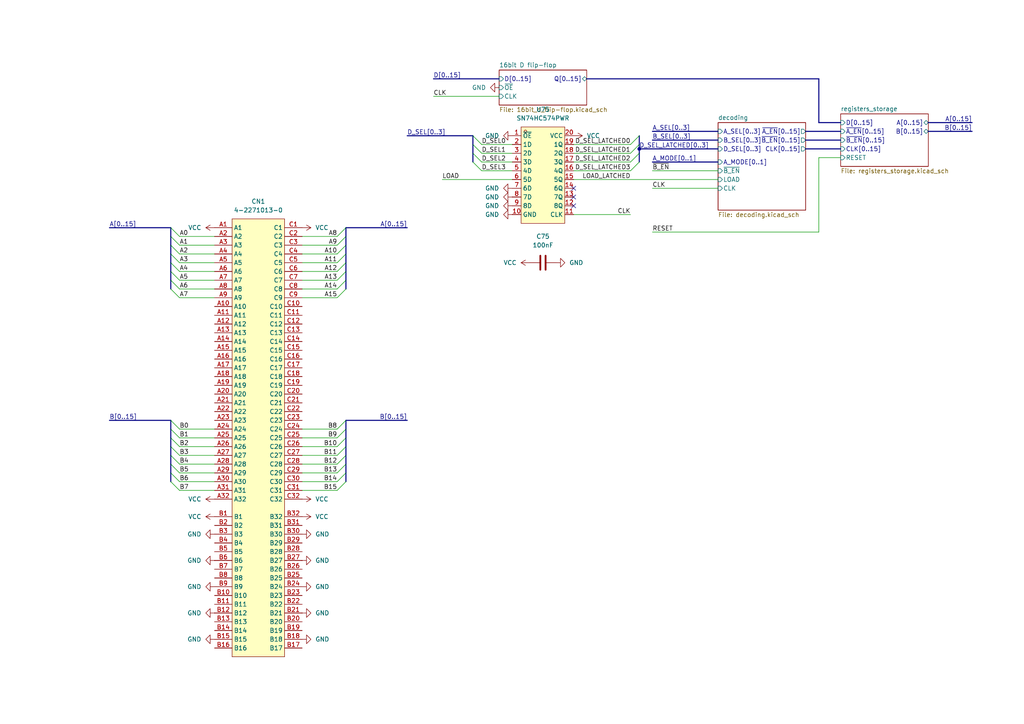
<source format=kicad_sch>
(kicad_sch (version 20250114) (generator "eeschema") (generator_version "9.0")
  (paper "A4")
  (title_block (title "PickleRISC register board") (rev "1.0"))
  (lib_symbols
    (symbol "Device:C" (pin_numbers (hide yes)) (pin_names (offset 0.254))
      (property "Reference" "C" (at 0.635 2.54 0))
      (property "Value" "C" (at 0.635 -2.54 0))
      (symbol "C_0_1"
        (polyline (pts (xy -2.032 0.762) (xy 2.032 0.762)) (stroke (width 0.508)))
        (polyline (pts (xy -2.032 -0.762) (xy 2.032 -0.762)) (stroke (width 0.508)))
      )
      (symbol "C_1_1"
        (pin passive line (at 0 3.81 270) (length 2.794) (name "~") (number "1"))
        (pin passive line (at 0 -3.81 90) (length 2.794) (name "~") (number "2"))
      )
    )
    (symbol "easyeda2kicad:4-2271013-0"
      (property "Reference" "CN" (at 0 66.04 0))
      (property "Value" "4-2271013-0" (at 0 -66.04 0))
      (symbol "4-2271013-0_0_1"
        (rectangle (start -7.62 63.5) (end 7.62 -63.5) (fill (type background)))
        (pin unspecified line (at -12.7 60.96 0) (length 5.08) (name "A1") (number "A1"))
        (pin unspecified line (at -12.7 -22.86 0) (length 5.08) (name "B1") (number "B1"))
        (pin unspecified line (at 12.7 60.96 180) (length 5.08) (name "C1") (number "C1"))
      )
      (symbol "4-2271013-0_1_1"
        (pin unspecified line (at -12.7 58.42 0) (length 5.08) (name "A2") (number "A2"))
        (pin unspecified line (at -12.7 55.88 0) (length 5.08) (name "A3") (number "A3"))
        (pin unspecified line (at -12.7 53.34 0) (length 5.08) (name "A4") (number "A4"))
        (pin unspecified line (at -12.7 50.8 0) (length 5.08) (name "A5") (number "A5"))
        (pin unspecified line (at -12.7 48.26 0) (length 5.08) (name "A6") (number "A6"))
        (pin unspecified line (at -12.7 45.72 0) (length 5.08) (name "A7") (number "A7"))
        (pin unspecified line (at -12.7 43.18 0) (length 5.08) (name "A8") (number "A8"))
        (pin unspecified line (at -12.7 40.64 0) (length 5.08) (name "A9") (number "A9"))
        (pin unspecified line (at -12.7 38.1 0) (length 5.08) (name "A10") (number "A10"))
        (pin unspecified line (at -12.7 35.56 0) (length 5.08) (name "A11") (number "A11"))
        (pin unspecified line (at -12.7 33.02 0) (length 5.08) (name "A12") (number "A12"))
        (pin unspecified line (at -12.7 30.48 0) (length 5.08) (name "A13") (number "A13"))
        (pin unspecified line (at -12.7 27.94 0) (length 5.08) (name "A14") (number "A14"))
        (pin unspecified line (at -12.7 25.4 0) (length 5.08) (name "A15") (number "A15"))
        (pin unspecified line (at -12.7 22.86 0) (length 5.08) (name "A16") (number "A16"))
        (pin unspecified line (at -12.7 20.32 0) (length 5.08) (name "A17") (number "A17"))
        (pin unspecified line (at -12.7 17.78 0) (length 5.08) (name "A18") (number "A18"))
        (pin unspecified line (at -12.7 15.24 0) (length 5.08) (name "A19") (number "A19"))
        (pin unspecified line (at -12.7 12.7 0) (length 5.08) (name "A20") (number "A20"))
        (pin unspecified line (at -12.7 10.16 0) (length 5.08) (name "A21") (number "A21"))
        (pin unspecified line (at -12.7 7.62 0) (length 5.08) (name "A22") (number "A22"))
        (pin unspecified line (at -12.7 5.08 0) (length 5.08) (name "A23") (number "A23"))
        (pin unspecified line (at -12.7 2.54 0) (length 5.08) (name "A24") (number "A24"))
        (pin unspecified line (at -12.7 0 0) (length 5.08) (name "A25") (number "A25"))
        (pin unspecified line (at -12.7 -2.54 0) (length 5.08) (name "A26") (number "A26"))
        (pin unspecified line (at -12.7 -5.08 0) (length 5.08) (name "A27") (number "A27"))
        (pin unspecified line (at -12.7 -7.62 0) (length 5.08) (name "A28") (number "A28"))
        (pin unspecified line (at -12.7 -10.16 0) (length 5.08) (name "A29") (number "A29"))
        (pin unspecified line (at -12.7 -12.7 0) (length 5.08) (name "A30") (number "A30"))
        (pin unspecified line (at -12.7 -15.24 0) (length 5.08) (name "A31") (number "A31"))
        (pin unspecified line (at -12.7 -17.78 0) (length 5.08) (name "A32") (number "A32"))
        (pin unspecified line (at -12.7 -25.4 0) (length 5.08) (name "B2") (number "B2"))
        (pin unspecified line (at -12.7 -27.94 0) (length 5.08) (name "B3") (number "B3"))
        (pin unspecified line (at -12.7 -30.48 0) (length 5.08) (name "B4") (number "B4"))
        (pin unspecified line (at -12.7 -33.02 0) (length 5.08) (name "B5") (number "B5"))
        (pin unspecified line (at -12.7 -35.56 0) (length 5.08) (name "B6") (number "B6"))
        (pin unspecified line (at -12.7 -38.1 0) (length 5.08) (name "B7") (number "B7"))
        (pin unspecified line (at -12.7 -40.64 0) (length 5.08) (name "B8") (number "B8"))
        (pin unspecified line (at -12.7 -43.18 0) (length 5.08) (name "B9") (number "B9"))
        (pin unspecified line (at -12.7 -45.72 0) (length 5.08) (name "B10") (number "B10"))
        (pin unspecified line (at -12.7 -48.26 0) (length 5.08) (name "B11") (number "B11"))
        (pin unspecified line (at -12.7 -50.8 0) (length 5.08) (name "B12") (number "B12"))
        (pin unspecified line (at -12.7 -53.34 0) (length 5.08) (name "B13") (number "B13"))
        (pin unspecified line (at -12.7 -55.88 0) (length 5.08) (name "B14") (number "B14"))
        (pin unspecified line (at -12.7 -58.42 0) (length 5.08) (name "B15") (number "B15"))
        (pin unspecified line (at -12.7 -60.96 0) (length 5.08) (name "B16") (number "B16"))
        (pin unspecified line (at 12.7 58.42 180) (length 5.08) (name "C2") (number "C2"))
        (pin unspecified line (at 12.7 55.88 180) (length 5.08) (name "C3") (number "C3"))
        (pin unspecified line (at 12.7 53.34 180) (length 5.08) (name "C4") (number "C4"))
        (pin unspecified line (at 12.7 50.8 180) (length 5.08) (name "C5") (number "C5"))
        (pin unspecified line (at 12.7 48.26 180) (length 5.08) (name "C6") (number "C6"))
        (pin unspecified line (at 12.7 45.72 180) (length 5.08) (name "C7") (number "C7"))
        (pin unspecified line (at 12.7 43.18 180) (length 5.08) (name "C8") (number "C8"))
        (pin unspecified line (at 12.7 40.64 180) (length 5.08) (name "C9") (number "C9"))
        (pin unspecified line (at 12.7 38.1 180) (length 5.08) (name "C10") (number "C10"))
        (pin unspecified line (at 12.7 35.56 180) (length 5.08) (name "C11") (number "C11"))
        (pin unspecified line (at 12.7 33.02 180) (length 5.08) (name "C12") (number "C12"))
        (pin unspecified line (at 12.7 30.48 180) (length 5.08) (name "C13") (number "C13"))
        (pin unspecified line (at 12.7 27.94 180) (length 5.08) (name "C14") (number "C14"))
        (pin unspecified line (at 12.7 25.4 180) (length 5.08) (name "C15") (number "C15"))
        (pin unspecified line (at 12.7 22.86 180) (length 5.08) (name "C16") (number "C16"))
        (pin unspecified line (at 12.7 20.32 180) (length 5.08) (name "C17") (number "C17"))
        (pin unspecified line (at 12.7 17.78 180) (length 5.08) (name "C18") (number "C18"))
        (pin unspecified line (at 12.7 15.24 180) (length 5.08) (name "C19") (number "C19"))
        (pin unspecified line (at 12.7 12.7 180) (length 5.08) (name "C20") (number "C20"))
        (pin unspecified line (at 12.7 10.16 180) (length 5.08) (name "C21") (number "C21"))
        (pin unspecified line (at 12.7 7.62 180) (length 5.08) (name "C22") (number "C22"))
        (pin unspecified line (at 12.7 5.08 180) (length 5.08) (name "C23") (number "C23"))
        (pin unspecified line (at 12.7 2.54 180) (length 5.08) (name "C24") (number "C24"))
        (pin unspecified line (at 12.7 0 180) (length 5.08) (name "C25") (number "C25"))
        (pin unspecified line (at 12.7 -2.54 180) (length 5.08) (name "C26") (number "C26"))
        (pin unspecified line (at 12.7 -5.08 180) (length 5.08) (name "C27") (number "C27"))
        (pin unspecified line (at 12.7 -7.62 180) (length 5.08) (name "C28") (number "C28"))
        (pin unspecified line (at 12.7 -10.16 180) (length 5.08) (name "C29") (number "C29"))
        (pin unspecified line (at 12.7 -12.7 180) (length 5.08) (name "C30") (number "C30"))
        (pin unspecified line (at 12.7 -15.24 180) (length 5.08) (name "C31") (number "C31"))
        (pin unspecified line (at 12.7 -17.78 180) (length 5.08) (name "C32") (number "C32"))
        (pin unspecified line (at 12.7 -22.86 180) (length 5.08) (name "B32") (number "B32"))
        (pin unspecified line (at 12.7 -25.4 180) (length 5.08) (name "B31") (number "B31"))
        (pin unspecified line (at 12.7 -27.94 180) (length 5.08) (name "B30") (number "B30"))
        (pin unspecified line (at 12.7 -30.48 180) (length 5.08) (name "B29") (number "B29"))
        (pin unspecified line (at 12.7 -33.02 180) (length 5.08) (name "B28") (number "B28"))
        (pin unspecified line (at 12.7 -35.56 180) (length 5.08) (name "B27") (number "B27"))
        (pin unspecified line (at 12.7 -38.1 180) (length 5.08) (name "B26") (number "B26"))
        (pin unspecified line (at 12.7 -40.64 180) (length 5.08) (name "B25") (number "B25"))
        (pin unspecified line (at 12.7 -43.18 180) (length 5.08) (name "B24") (number "B24"))
        (pin unspecified line (at 12.7 -45.72 180) (length 5.08) (name "B23") (number "B23"))
        (pin unspecified line (at 12.7 -48.26 180) (length 5.08) (name "B22") (number "B22"))
        (pin unspecified line (at 12.7 -50.8 180) (length 5.08) (name "B21") (number "B21"))
        (pin unspecified line (at 12.7 -53.34 180) (length 5.08) (name "B20") (number "B20"))
        (pin unspecified line (at 12.7 -55.88 180) (length 5.08) (name "B19") (number "B19"))
        (pin unspecified line (at 12.7 -58.42 180) (length 5.08) (name "B18") (number "B18"))
        (pin unspecified line (at 12.7 -60.96 180) (length 5.08) (name "B17") (number "B17"))
      )
    )
    (symbol "easyeda2kicad:SN74HC574PWR"
      (property "Reference" "U" (at 0 16.51 0))
      (property "Value" "SN74HC574PWR" (at 0 -16.51 0))
      (symbol "SN74HC574PWR_0_1"
        (rectangle (start -6.35 13.97) (end 6.35 -13.97) (fill (type background)))
        (circle (center -5.08 12.7) (radius 0.38))
        (pin unspecified line (at -8.89 11.43 0) (length 2.54) (name "~{OE}") (number "1"))
        (pin unspecified line (at -8.89 8.89 0) (length 2.54) (name "1D") (number "2"))
        (pin unspecified line (at -8.89 6.35 0) (length 2.54) (name "2D") (number "3"))
        (pin unspecified line (at -8.89 3.81 0) (length 2.54) (name "3D") (number "4"))
        (pin unspecified line (at -8.89 1.27 0) (length 2.54) (name "4D") (number "5"))
        (pin unspecified line (at -8.89 -1.27 0) (length 2.54) (name "5D") (number "6"))
        (pin unspecified line (at -8.89 -3.81 0) (length 2.54) (name "6D") (number "7"))
        (pin unspecified line (at -8.89 -6.35 0) (length 2.54) (name "7D") (number "8"))
        (pin unspecified line (at -8.89 -8.89 0) (length 2.54) (name "8D") (number "9"))
        (pin unspecified line (at -8.89 -11.43 0) (length 2.54) (name "GND") (number "10"))
        (pin unspecified line (at 8.89 11.43 180) (length 2.54) (name "VCC") (number "20"))
        (pin unspecified line (at 8.89 8.89 180) (length 2.54) (name "1Q") (number "19"))
        (pin unspecified line (at 8.89 6.35 180) (length 2.54) (name "2Q") (number "18"))
        (pin unspecified line (at 8.89 3.81 180) (length 2.54) (name "3Q") (number "17"))
        (pin unspecified line (at 8.89 1.27 180) (length 2.54) (name "4Q") (number "16"))
        (pin unspecified line (at 8.89 -1.27 180) (length 2.54) (name "5Q") (number "15"))
        (pin unspecified line (at 8.89 -3.81 180) (length 2.54) (name "6Q") (number "14"))
        (pin unspecified line (at 8.89 -6.35 180) (length 2.54) (name "7Q") (number "13"))
        (pin unspecified line (at 8.89 -8.89 180) (length 2.54) (name "8Q") (number "12"))
        (pin unspecified line (at 8.89 -11.43 180) (length 2.54) (name "CLK") (number "11"))
      )
    )
    (symbol "power:GND" (power) (pin_numbers (hide yes)) (pin_names (offset 0) (hide yes))
      (property "Value" "GND" (at 0 -3.81 0))
      (symbol "GND_0_1"
        (polyline (pts (xy 0 0) (xy 0 -1.27) (xy 1.27 -1.27) (xy 0 -2.54) (xy -1.27 -1.27) (xy 0 -1.27)))
      )
      (symbol "GND_1_1"
        (pin power_in line (at 0 0 270) (length 0) (name "~") (number "1"))
      )
    )
    (symbol "power:VCC" (power) (pin_numbers (hide yes)) (pin_names (offset 0) (hide yes))
      (property "Value" "VCC" (at 0 3.556 0))
      (symbol "VCC_0_1"
        (polyline (pts (xy -0.762 1.27) (xy 0 2.54)))
        (polyline (pts (xy 0 2.54) (xy 0.762 1.27)))
        (polyline (pts (xy 0 0) (xy 0 2.54)))
      )
      (symbol "VCC_1_1"
        (pin power_in line (at 0 0 90) (length 0) (name "~") (number "1"))
      )
    )
  )
  (junction (at 185.42 43.18))
  (no_connect (at 166.37 54.61))
  (no_connect (at 166.37 59.69))
  (no_connect (at 166.37 57.15))
  (bus_entry (at 49.53 78.74) (size 2.54 2.54))
  (bus_entry (at 100.33 134.62) (size -2.54 2.54))
  (bus_entry (at 49.53 83.82) (size 2.54 2.54))
  (bus_entry (at 100.33 81.28) (size -2.54 2.54))
  (bus_entry (at 100.33 124.46) (size -2.54 2.54))
  (bus_entry (at 137.16 41.91) (size 2.54 2.54))
  (bus_entry (at 137.16 44.45) (size 2.54 2.54))
  (bus_entry (at 100.33 66.04) (size -2.54 2.54))
  (bus_entry (at 137.16 39.37) (size 2.54 2.54))
  (bus_entry (at 185.42 41.91) (size -2.54 2.54))
  (bus_entry (at 49.53 137.16) (size 2.54 2.54))
  (bus_entry (at 49.53 73.66) (size 2.54 2.54))
  (bus_entry (at 49.53 76.2) (size 2.54 2.54))
  (bus_entry (at 185.42 46.99) (size -2.54 2.54))
  (bus_entry (at 137.16 46.99) (size 2.54 2.54))
  (bus_entry (at 49.53 66.04) (size 2.54 2.54))
  (bus_entry (at 49.53 139.7) (size 2.54 2.54))
  (bus_entry (at 100.33 73.66) (size -2.54 2.54))
  (bus_entry (at 49.53 132.08) (size 2.54 2.54))
  (bus_entry (at 49.53 124.46) (size 2.54 2.54))
  (bus_entry (at 49.53 71.12) (size 2.54 2.54))
  (bus_entry (at 49.53 68.58) (size 2.54 2.54))
  (bus_entry (at 49.53 81.28) (size 2.54 2.54))
  (bus_entry (at 100.33 78.74) (size -2.54 2.54))
  (bus_entry (at 49.53 129.54) (size 2.54 2.54))
  (bus_entry (at 185.42 44.45) (size -2.54 2.54))
  (bus_entry (at 100.33 132.08) (size -2.54 2.54))
  (bus_entry (at 100.33 121.92) (size -2.54 2.54))
  (bus_entry (at 100.33 139.7) (size -2.54 2.54))
  (bus_entry (at 185.42 39.37) (size -2.54 2.54))
  (bus_entry (at 49.53 134.62) (size 2.54 2.54))
  (bus_entry (at 100.33 76.2) (size -2.54 2.54))
  (bus_entry (at 49.53 121.92) (size 2.54 2.54))
  (bus_entry (at 100.33 68.58) (size -2.54 2.54))
  (bus_entry (at 100.33 129.54) (size -2.54 2.54))
  (bus_entry (at 49.53 127) (size 2.54 2.54))
  (bus_entry (at 100.33 127) (size -2.54 2.54))
  (bus_entry (at 100.33 137.16) (size -2.54 2.54))
  (bus_entry (at 100.33 71.12) (size -2.54 2.54))
  (bus_entry (at 100.33 83.82) (size -2.54 2.54))
  (bus (pts (xy 237.49 35.56) (xy 243.84 35.56)))
  (bus (pts (xy 137.16 41.91) (xy 137.16 44.45)))
  (bus (pts (xy 233.68 38.1) (xy 243.84 38.1)))
  (wire (pts (xy 97.79 139.7) (xy 87.63 139.7)))
  (wire (pts (xy 237.49 45.72) (xy 237.49 67.31)))
  (wire (pts (xy 97.79 68.58) (xy 87.63 68.58)))
  (bus (pts (xy 100.33 137.16) (xy 100.33 139.7)))
  (wire (pts (xy 97.79 73.66) (xy 87.63 73.66)))
  (bus (pts (xy 49.53 78.74) (xy 49.53 81.28)))
  (bus (pts (xy 100.33 121.92) (xy 118.11 121.92)))
  (wire (pts (xy 52.07 137.16) (xy 62.23 137.16)))
  (bus (pts (xy 237.49 22.86) (xy 237.49 35.56)))
  (bus (pts (xy 100.33 66.04) (xy 100.33 68.58)))
  (bus (pts (xy 100.33 76.2) (xy 100.33 78.74)))
  (bus (pts (xy 233.68 43.18) (xy 243.84 43.18)))
  (wire (pts (xy 189.23 67.31) (xy 237.49 67.31)))
  (wire (pts (xy 97.79 81.28) (xy 87.63 81.28)))
  (bus (pts (xy 189.23 40.64) (xy 208.28 40.64)))
  (wire (pts (xy 52.07 83.82) (xy 62.23 83.82)))
  (wire (pts (xy 166.37 44.45) (xy 182.88 44.45)))
  (bus (pts (xy 100.33 66.04) (xy 118.11 66.04)))
  (bus (pts (xy 137.16 39.37) (xy 137.16 41.91)))
  (bus (pts (xy 49.53 121.92) (xy 49.53 124.46)))
  (wire (pts (xy 189.23 54.61) (xy 208.28 54.61)))
  (bus (pts (xy 100.33 127) (xy 100.33 129.54)))
  (wire (pts (xy 125.73 27.94) (xy 144.78 27.94)))
  (wire (pts (xy 52.07 81.28) (xy 62.23 81.28)))
  (wire (pts (xy 97.79 137.16) (xy 87.63 137.16)))
  (bus (pts (xy 118.11 39.37) (xy 137.16 39.37)))
  (wire (pts (xy 97.79 71.12) (xy 87.63 71.12)))
  (bus (pts (xy 100.33 78.74) (xy 100.33 81.28)))
  (bus (pts (xy 170.18 22.86) (xy 237.49 22.86)))
  (bus (pts (xy 49.53 66.04) (xy 31.75 66.04)))
  (bus (pts (xy 100.33 124.46) (xy 100.33 127)))
  (wire (pts (xy 189.23 49.53) (xy 208.28 49.53)))
  (wire (pts (xy 52.07 73.66) (xy 62.23 73.66)))
  (bus (pts (xy 49.53 127) (xy 49.53 129.54)))
  (wire (pts (xy 166.37 41.91) (xy 182.88 41.91)))
  (wire (pts (xy 52.07 68.58) (xy 62.23 68.58)))
  (bus (pts (xy 269.24 38.1) (xy 281.94 38.1)))
  (bus (pts (xy 137.16 44.45) (xy 137.16 46.99)))
  (bus (pts (xy 125.73 22.86) (xy 144.78 22.86)))
  (bus (pts (xy 49.53 124.46) (xy 49.53 127)))
  (wire (pts (xy 52.07 139.7) (xy 62.23 139.7)))
  (bus (pts (xy 269.24 35.56) (xy 281.94 35.56)))
  (bus (pts (xy 49.53 129.54) (xy 49.53 132.08)))
  (wire (pts (xy 52.07 71.12) (xy 62.23 71.12)))
  (wire (pts (xy 128.27 52.07) (xy 148.59 52.07)))
  (bus (pts (xy 185.42 39.37) (xy 185.42 41.91)))
  (bus (pts (xy 49.53 76.2) (xy 49.53 78.74)))
  (bus (pts (xy 233.68 40.64) (xy 243.84 40.64)))
  (wire (pts (xy 237.49 45.72) (xy 243.84 45.72)))
  (bus (pts (xy 49.53 68.58) (xy 49.53 71.12)))
  (bus (pts (xy 100.33 68.58) (xy 100.33 71.12)))
  (bus (pts (xy 100.33 71.12) (xy 100.33 73.66)))
  (wire (pts (xy 97.79 124.46) (xy 87.63 124.46)))
  (wire (pts (xy 97.79 76.2) (xy 87.63 76.2)))
  (bus (pts (xy 100.33 132.08) (xy 100.33 134.62)))
  (bus (pts (xy 49.53 81.28) (xy 49.53 83.82)))
  (bus (pts (xy 49.53 71.12) (xy 49.53 73.66)))
  (wire (pts (xy 139.7 49.53) (xy 148.59 49.53)))
  (bus (pts (xy 185.42 43.18) (xy 208.28 43.18)))
  (wire (pts (xy 97.79 132.08) (xy 87.63 132.08)))
  (bus (pts (xy 100.33 129.54) (xy 100.33 132.08)))
  (bus (pts (xy 185.42 44.45) (xy 185.42 46.99)))
  (wire (pts (xy 97.79 127) (xy 87.63 127)))
  (wire (pts (xy 52.07 132.08) (xy 62.23 132.08)))
  (bus (pts (xy 100.33 73.66) (xy 100.33 76.2)))
  (bus (pts (xy 49.53 121.92) (xy 31.75 121.92)))
  (wire (pts (xy 166.37 46.99) (xy 182.88 46.99)))
  (wire (pts (xy 97.79 142.24) (xy 87.63 142.24)))
  (wire (pts (xy 52.07 76.2) (xy 62.23 76.2)))
  (bus (pts (xy 100.33 81.28) (xy 100.33 83.82)))
  (wire (pts (xy 52.07 86.36) (xy 62.23 86.36)))
  (wire (pts (xy 97.79 134.62) (xy 87.63 134.62)))
  (bus (pts (xy 100.33 134.62) (xy 100.33 137.16)))
  (bus (pts (xy 100.33 121.92) (xy 100.33 124.46)))
  (bus (pts (xy 185.42 41.91) (xy 185.42 43.18)))
  (wire (pts (xy 139.7 41.91) (xy 148.59 41.91)))
  (bus (pts (xy 49.53 132.08) (xy 49.53 134.62)))
  (wire (pts (xy 97.79 78.74) (xy 87.63 78.74)))
  (wire (pts (xy 97.79 86.36) (xy 87.63 86.36)))
  (wire (pts (xy 52.07 127) (xy 62.23 127)))
  (wire (pts (xy 52.07 78.74) (xy 62.23 78.74)))
  (wire (pts (xy 166.37 49.53) (xy 182.88 49.53)))
  (wire (pts (xy 97.79 83.82) (xy 87.63 83.82)))
  (wire (pts (xy 139.7 46.99) (xy 148.59 46.99)))
  (bus (pts (xy 49.53 134.62) (xy 49.53 137.16)))
  (wire (pts (xy 166.37 52.07) (xy 208.28 52.07)))
  (bus (pts (xy 49.53 137.16) (xy 49.53 139.7)))
  (bus (pts (xy 49.53 73.66) (xy 49.53 76.2)))
  (bus (pts (xy 189.23 38.1) (xy 208.28 38.1)))
  (bus (pts (xy 185.42 43.18) (xy 185.42 44.45)))
  (wire (pts (xy 52.07 134.62) (xy 62.23 134.62)))
  (bus (pts (xy 189.23 46.99) (xy 208.28 46.99)))
  (wire (pts (xy 52.07 142.24) (xy 62.23 142.24)))
  (wire (pts (xy 52.07 124.46) (xy 62.23 124.46)))
  (wire (pts (xy 97.79 129.54) (xy 87.63 129.54)))
  (wire (pts (xy 52.07 129.54) (xy 62.23 129.54)))
  (wire (pts (xy 139.7 44.45) (xy 148.59 44.45)))
  (bus (pts (xy 49.53 66.04) (xy 49.53 68.58)))
  (wire (pts (xy 182.88 62.23) (xy 166.37 62.23)))
  (label "A14" (at 97.79 83.82 180))
  (label "B14" (at 97.79 139.7 180))
  (label "A7" (at 52.07 86.36 0))
  (label "A[0..15]" (at 281.94 35.56 180))
  (label "RESET" (at 189.23 67.31 0))
  (label "A9" (at 97.79 71.12 180))
  (label "D_SEL[0..3]" (at 118.11 39.37 0))
  (label "B13" (at 97.79 137.16 180))
  (label "B9" (at 97.79 127 180))
  (label "B2" (at 52.07 129.54 0))
  (label "A0" (at 52.07 68.58 0))
  (label "A3" (at 52.07 76.2 0))
  (label "B6" (at 52.07 139.7 0))
  (label "D_SEL_LATCHED2" (at 182.88 46.99 180))
  (label "~{B_EN}" (at 189.23 49.53 0))
  (label "A2" (at 52.07 73.66 0))
  (label "B11" (at 97.79 132.08 180))
  (label "A15" (at 97.79 86.36 180))
  (label "CLK" (at 182.88 62.23 180))
  (label "A5" (at 52.07 81.28 0))
  (label "B[0..15]" (at 118.11 121.92 180))
  (label "B1" (at 52.07 127 0))
  (label "A13" (at 97.79 81.28 180))
  (label "D_SEL_LATCHED0" (at 182.88 41.91 180))
  (label "A6" (at 52.07 83.82 0))
  (label "A[0..15]" (at 31.75 66.04 0))
  (label "B4" (at 52.07 134.62 0))
  (label "LOAD" (at 128.27 52.07 0))
  (label "A_SEL[0..3]" (at 189.23 38.1 0))
  (label "LOAD_LATCHED" (at 182.88 52.07 180))
  (label "B7" (at 52.07 142.24 0))
  (label "D_SEL_LATCHED[0..3]" (at 185.42 43.18 0))
  (label "D_SEL_LATCHED3" (at 182.88 49.53 180))
  (label "B12" (at 97.79 134.62 180))
  (label "A[0..15]" (at 118.11 66.04 180))
  (label "B[0..15]" (at 281.94 38.1 180))
  (label "B8" (at 97.79 124.46 180))
  (label "B[0..15]" (at 31.75 121.92 0))
  (label "D_SEL2" (at 139.7 46.99 0))
  (label "B15" (at 97.79 142.24 180))
  (label "CLK" (at 125.73 27.94 0))
  (label "A12" (at 97.79 78.74 180))
  (label "B5" (at 52.07 137.16 0))
  (label "D[0..15]" (at 125.73 22.86 0))
  (label "D_SEL3" (at 139.7 49.53 0))
  (label "A1" (at 52.07 71.12 0))
  (label "A8" (at 97.79 68.58 180))
  (label "A11" (at 97.79 76.2 180))
  (label "A4" (at 52.07 78.74 0))
  (label "CLK" (at 189.23 54.61 0))
  (label "D_SEL1" (at 139.7 44.45 0))
  (label "B_SEL[0..3]" (at 189.23 40.64 0))
  (label "B0" (at 52.07 124.46 0))
  (label "A10" (at 97.79 73.66 180))
  (label "D_SEL0" (at 139.7 41.91 0))
  (label "D_SEL_LATCHED1" (at 182.88 44.45 180))
  (label "B10" (at 97.79 129.54 180))
  (label "B3" (at 52.07 132.08 0))
  (label "A_MODE[0..1]" (at 189.23 46.99 0))
  (symbol (lib_id "power:GND") (at 148.59 54.61 270) (unit 1)
    (property "Reference" "#PWR0322" (effects (hide yes)))
    (property "Value" "GND" (at 144.78 54.6099 90) (effects (justify right)))
    (property "Description" "Power symbol creates a global label with name \"GND\" , ground" (effects (hide yes)))
  )
  (symbol (lib_id "power:GND") (at 87.63 154.94 90) (unit 1)
    (property "Reference" "#PWR09" (effects (hide yes)))
    (property "Value" "GND" (at 91.44 154.9399 90) (effects (justify right)))
    (property "Description" "Power symbol creates a global label with name \"GND\" , ground" (effects (hide yes)))
  )
  (symbol (lib_id "power:GND") (at 62.23 185.42 270) (unit 1)
    (property "Reference" "#PWR016" (effects (hide yes)))
    (property "Value" "GND" (at 58.42 185.4199 90) (effects (justify right)))
    (property "Description" "Power symbol creates a global label with name \"GND\" , ground" (effects (hide yes)))
  )
  (symbol (lib_id "power:VCC") (at 153.67 76.2 90) (unit 1)
    (property "Reference" "#PWR0326" (effects (hide yes)))
    (property "Value" "VCC" (at 149.86 76.1999 90) (effects (justify left)))
    (property "Description" "Power symbol creates a global label with name \"VCC\"" (effects (hide yes)))
  )
  (symbol (lib_id "power:GND") (at 62.23 154.94 270) (unit 1)
    (property "Reference" "#PWR08" (effects (hide yes)))
    (property "Value" "GND" (at 58.42 154.9399 90) (effects (justify right)))
    (property "Description" "Power symbol creates a global label with name \"GND\" , ground" (effects (hide yes)))
  )
  (symbol (lib_id "power:VCC") (at 62.23 149.86 90) (unit 1)
    (property "Reference" "#PWR06" (effects (hide yes)))
    (property "Value" "VCC" (at 58.42 149.8599 90) (effects (justify left)))
    (property "Description" "Power symbol creates a global label with name \"VCC\"" (effects (hide yes)))
  )
  (symbol (lib_id "power:GND") (at 62.23 170.18 270) (unit 1)
    (property "Reference" "#PWR012" (effects (hide yes)))
    (property "Value" "GND" (at 58.42 170.1799 90) (effects (justify right)))
    (property "Description" "Power symbol creates a global label with name \"GND\" , ground" (effects (hide yes)))
  )
  (symbol (lib_id "power:GND") (at 161.29 76.2 90) (unit 1)
    (property "Reference" "#PWR0327" (effects (hide yes)))
    (property "Value" "GND" (at 165.1 76.1999 90) (effects (justify right)))
    (property "Description" "Power symbol creates a global label with name \"GND\" , ground" (effects (hide yes)))
  )
  (symbol (lib_id "Device:C") (at 157.48 76.2 90) (unit 1)
    (property "Reference" "C75" (at 157.48 68.58 90))
    (property "Value" "100nF" (at 157.48 71.12 90))
    (property "Footprint" "Capacitor_SMD:C_0603_1608Metric" (effects (hide yes)))
    (property "Description" "Unpolarized capacitor" (effects (hide yes)))
  )
  (symbol (lib_id "power:VCC") (at 62.23 66.04 90) (unit 1)
    (property "Reference" "#PWR01" (effects (hide yes)))
    (property "Value" "VCC" (at 58.42 66.0399 90) (effects (justify left)))
    (property "Description" "Power symbol creates a global label with name \"VCC\"" (effects (hide yes)))
  )
  (symbol (lib_id "power:GND") (at 87.63 170.18 90) (unit 1)
    (property "Reference" "#PWR013" (effects (hide yes)))
    (property "Value" "GND" (at 91.44 170.1799 90) (effects (justify right)))
    (property "Description" "Power symbol creates a global label with name \"GND\" , ground" (effects (hide yes)))
  )
  (symbol (lib_id "power:VCC") (at 87.63 144.78 270) (unit 1)
    (property "Reference" "#PWR05" (effects (hide yes)))
    (property "Value" "VCC" (at 91.44 144.7801 90) (effects (justify left)))
    (property "Description" "Power symbol creates a global label with name \"VCC\"" (effects (hide yes)))
  )
  (symbol (lib_id "power:GND") (at 87.63 177.8 90) (unit 1)
    (property "Reference" "#PWR015" (effects (hide yes)))
    (property "Value" "GND" (at 91.44 177.7999 90) (effects (justify right)))
    (property "Description" "Power symbol creates a global label with name \"GND\" , ground" (effects (hide yes)))
  )
  (symbol (lib_id "easyeda2kicad:SN74HC574PWR") (at 157.48 50.8 0) (unit 1)
    (property "Reference" "U75" (at 157.48 31.75 0))
    (property "Value" "SN74HC574PWR" (at 157.48 34.29 0))
    (property "Footprint" "easyeda2kicad:TSSOP-20_L6.5-W4.4-P0.65-LS6.4-BL" (effects (hide yes)))
    (property "Datasheet" "https://lcsc.com/product-detail/74-Series_TI_SN74HC574PWR_SN74HC574PWR_C132111.html" (effects (hide yes)))
    (property "LCSC Part" "C132111" (effects (hide yes)))
  )
  (symbol (lib_id "easyeda2kicad:4-2271013-0") (at 74.93 127 0) (unit 1)
    (property "Reference" "CN1" (at 74.93 58.42 0))
    (property "Value" "4-2271013-0" (at 74.93 60.96 0))
    (property "Footprint" "easyeda2kicad:CONN-TH_96P-P2.54_4-2271013-0" (effects (hide yes)))
    (property "Datasheet" "https://lcsc.com/product-detail/New-Arrivals_TE-Connectivity-4-2271013-0_C442617.html" (effects (hide yes)))
    (property "LCSC Part" "C442617" (effects (hide yes)))
  )
  (symbol (lib_id "power:GND") (at 148.59 62.23 270) (unit 1)
    (property "Reference" "#PWR0321" (effects (hide yes)))
    (property "Value" "GND" (at 144.78 62.2299 90) (effects (justify right)))
    (property "Description" "Power symbol creates a global label with name \"GND\" , ground" (effects (hide yes)))
  )
  (symbol (lib_id "power:GND") (at 87.63 162.56 90) (unit 1)
    (property "Reference" "#PWR011" (effects (hide yes)))
    (property "Value" "GND" (at 91.44 162.5599 90) (effects (justify right)))
    (property "Description" "Power symbol creates a global label with name \"GND\" , ground" (effects (hide yes)))
  )
  (symbol (lib_id "power:GND") (at 87.63 185.42 90) (unit 1)
    (property "Reference" "#PWR017" (effects (hide yes)))
    (property "Value" "GND" (at 91.44 185.4199 90) (effects (justify right)))
    (property "Description" "Power symbol creates a global label with name \"GND\" , ground" (effects (hide yes)))
  )
  (symbol (lib_id "power:VCC") (at 62.23 144.78 90) (unit 1)
    (property "Reference" "#PWR04" (effects (hide yes)))
    (property "Value" "VCC" (at 58.42 144.7799 90) (effects (justify left)))
    (property "Description" "Power symbol creates a global label with name \"VCC\"" (effects (hide yes)))
  )
  (symbol (lib_id "power:GND") (at 62.23 177.8 270) (unit 1)
    (property "Reference" "#PWR014" (effects (hide yes)))
    (property "Value" "GND" (at 58.42 177.7999 90) (effects (justify right)))
    (property "Description" "Power symbol creates a global label with name \"GND\" , ground" (effects (hide yes)))
  )
  (symbol (lib_id "power:GND") (at 148.59 39.37 270) (unit 1)
    (property "Reference" "#PWR0320" (effects (hide yes)))
    (property "Value" "GND" (at 144.78 39.3699 90) (effects (justify right)))
    (property "Description" "Power symbol creates a global label with name \"GND\" , ground" (effects (hide yes)))
  )
  (symbol (lib_id "power:VCC") (at 166.37 39.37 270) (unit 1)
    (property "Reference" "#PWR0325" (effects (hide yes)))
    (property "Value" "VCC" (at 170.18 39.3699 90) (effects (justify left)))
    (property "Description" "Power symbol creates a global label with name \"VCC\"" (effects (hide yes)))
  )
  (symbol (lib_id "power:VCC") (at 87.63 149.86 270) (unit 1)
    (property "Reference" "#PWR07" (effects (hide yes)))
    (property "Value" "VCC" (at 91.44 149.8601 90) (effects (justify left)))
    (property "Description" "Power symbol creates a global label with name \"VCC\"" (effects (hide yes)))
  )
  (symbol (lib_id "power:GND") (at 144.78 25.4 270) (unit 1)
    (property "Reference" "#PWR03" (effects (hide yes)))
    (property "Value" "GND" (at 140.97 25.3999 90) (effects (justify right)))
    (property "Description" "Power symbol creates a global label with name \"GND\" , ground" (effects (hide yes)))
  )
  (symbol (lib_id "power:GND") (at 148.59 57.15 270) (unit 1)
    (property "Reference" "#PWR0323" (effects (hide yes)))
    (property "Value" "GND" (at 144.78 57.1499 90) (effects (justify right)))
    (property "Description" "Power symbol creates a global label with name \"GND\" , ground" (effects (hide yes)))
  )
  (symbol (lib_id "power:GND") (at 148.59 59.69 270) (unit 1)
    (property "Reference" "#PWR0324" (effects (hide yes)))
    (property "Value" "GND" (at 144.78 59.6899 90) (effects (justify right)))
    (property "Description" "Power symbol creates a global label with name \"GND\" , ground" (effects (hide yes)))
  )
  (symbol (lib_id "power:VCC") (at 87.63 66.04 270) (unit 1)
    (property "Reference" "#PWR02" (effects (hide yes)))
    (property "Value" "VCC" (at 91.44 66.0401 90) (effects (justify left)))
    (property "Description" "Power symbol creates a global label with name \"VCC\"" (effects (hide yes)))
  )
  (symbol (lib_id "power:GND") (at 62.23 162.56 270) (unit 1)
    (property "Reference" "#PWR010" (effects (hide yes)))
    (property "Value" "GND" (at 58.42 162.5599 90) (effects (justify right)))
    (property "Description" "Power symbol creates a global label with name \"GND\" , ground" (effects (hide yes)))
  )
  (sheet (at 144.78 20.32) (size 25.4 10.16) (stroke (width 0.1524))
    (property "Sheetname" "16bit D flip-flop" (at 144.78 19.6084 0) (effects (justify left bottom)))
    (property "Sheetfile" "16bit_d_flip-flop.kicad_sch" (at 144.78 31.0646 0) (effects (justify left top)))
    (pin "CLK" input (at 144.78 27.94 180))
    (pin "D[0..15]" input (at 144.78 22.86 180))
    (pin "Q[0..15]" tri_state (at 170.18 22.86 0))
    (pin "~{OE}" input (at 144.78 25.4 180))
  )
  (sheet (at 208.28 35.56) (size 25.4 25.4) (stroke (width 0.1524))
    (property "Sheetname" "decoding" (at 208.28 34.8484 0) (effects (justify left bottom)))
    (property "Sheetfile" "decoding.kicad_sch" (at 208.28 61.5446 0) (effects (justify left top)))
    (pin "A_MODE[0..1]" input (at 208.28 46.99 180))
    (pin "A_SEL[0..3]" input (at 208.28 38.1 180))
    (pin "B_SEL[0..3]" input (at 208.28 40.64 180))
    (pin "CLK" input (at 208.28 54.61 180))
    (pin "D_SEL[0..3]" input (at 208.28 43.18 180))
    (pin "~{B_EN}" input (at 208.28 49.53 180))
    (pin "LOAD" input (at 208.28 52.07 180))
    (pin "~{A_EN}[0..15]" output (at 233.68 38.1 0))
    (pin "~{B_EN}[0..15]" output (at 233.68 40.64 0))
    (pin "CLK[0..15]" output (at 233.68 43.18 0))
  )
  (sheet (at 243.84 33.02) (size 25.4 15.24) (stroke (width 0.1524))
    (property "Sheetname" "registers_storage" (at 243.84 32.3084 0) (effects (justify left bottom)))
    (property "Sheetfile" "registers_storage.kicad_sch" (at 243.84 48.8446 0) (effects (justify left top)))
    (pin "A[0..15]" tri_state (at 269.24 35.56 0))
    (pin "B[0..15]" tri_state (at 269.24 38.1 0))
    (pin "D[0..15]" input (at 243.84 35.56 180))
    (pin "~{A_EN}[0..15]" input (at 243.84 38.1 180))
    (pin "~{B_EN}[0..15]" input (at 243.84 40.64 180))
    (pin "CLK[0..15]" input (at 243.84 43.18 180))
    (pin "RESET" input (at 243.84 45.72 180))
  )
)
</source>
